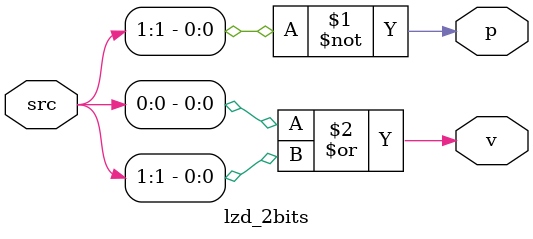
<source format=v>
module lzd_2bits(

    input	[1	:0]	src,
	output			p  ,
	output			v
);

assign	p = ~src[1:1];
assign	v = src[0:0] | src[1:1];

endmodule

</source>
